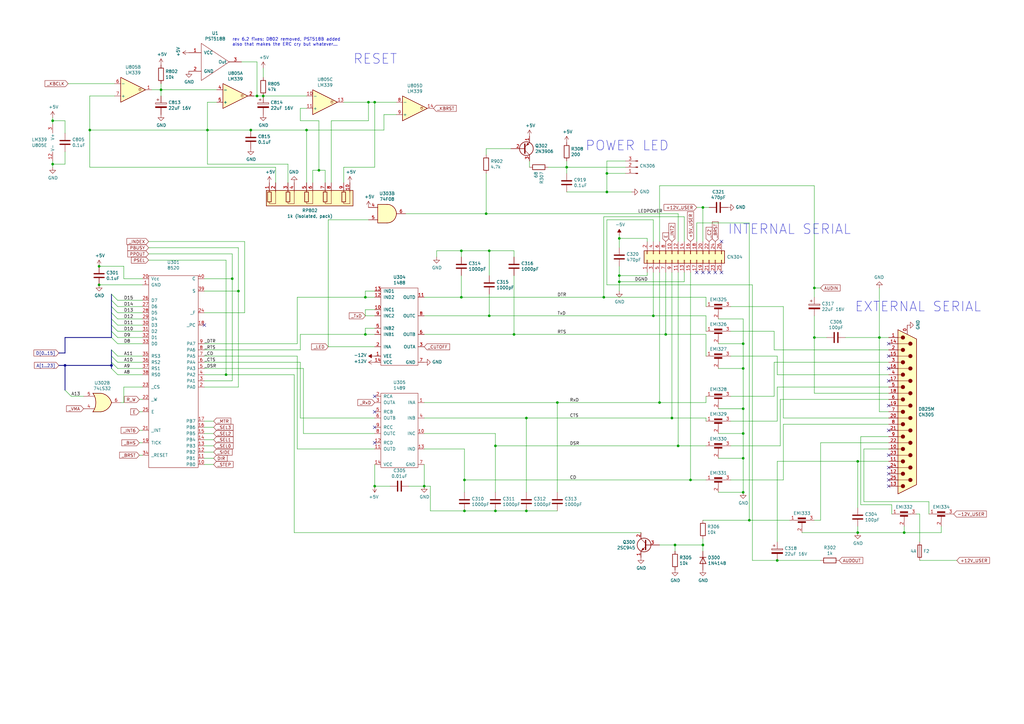
<source format=kicad_sch>
(kicad_sch (version 20230121) (generator eeschema)
  (paper "A3")
  (title_block (title "B2000 Serial and Reset") (date "07/06/1987") (rev "6.2-a") (company "Commodore") (comment 1 "Drawn by: Dave Haynie") (comment 2 "Used on: A2000-CR") (comment 3 "Next Assy: 312725") (comment 4 "Assy: 312726"))
  (junction (at 95.25 114.3))
  (junction (at 151.13 41.91))
  (junction (at 288.29 85.09))
  (junction (at 107.95 39.37))
  (junction (at 40.64 116.84))
  (junction (at 149.86 137.16))
  (junction (at 267.97 129.54))
  (junction (at 92.71 153.67))
  (junction (at 276.86 223.52))
  (junction (at 215.9 171.45))
  (junction (at 248.92 71.12))
  (junction (at 351.79 218.44))
  (junction (at 360.68 138.43))
  (junction (at 200.66 129.54))
  (junction (at 318.77 229.87))
  (junction (at 130.81 69.85))
  (junction (at 125.73 53.34))
  (junction (at 278.13 182.88))
  (junction (at 36.83 53.34))
  (junction (at 85.09 53.34))
  (junction (at 200.66 102.87))
  (junction (at 190.5 209.55))
  (junction (at 105.41 39.37))
  (junction (at 203.2 182.88))
  (junction (at 334.01 138.43))
  (junction (at 40.64 109.22))
  (junction (at 307.34 213.36))
  (junction (at 26.67 149.86))
  (junction (at 215.9 209.55))
  (junction (at 232.41 68.58))
  (junction (at 304.8 151.13))
  (junction (at 304.8 177.8))
  (junction (at 190.5 196.85))
  (junction (at 66.04 36.83))
  (junction (at 254 97.79))
  (junction (at 304.8 140.97))
  (junction (at 21.59 67.31))
  (junction (at 189.23 102.87))
  (junction (at 149.86 121.92))
  (junction (at 248.92 78.74))
  (junction (at 370.84 218.44))
  (junction (at 334.01 118.11))
  (junction (at 288.29 223.52))
  (junction (at 304.8 167.64))
  (junction (at 199.39 87.63))
  (junction (at 304.8 201.93))
  (junction (at 304.8 187.96))
  (junction (at 189.23 121.92))
  (junction (at 273.05 137.16))
  (junction (at 254 115.57))
  (junction (at 270.51 165.1))
  (junction (at 210.82 137.16))
  (junction (at 203.2 209.55))
  (junction (at 275.59 171.45))
  (junction (at 283.21 196.85))
  (junction (at 102.87 53.34))
  (junction (at 45.72 149.86))
  (junction (at 254 113.03))
  (junction (at 97.79 119.38))
  (junction (at 153.67 199.39))
  (junction (at 228.6 165.1))
  (junction (at 351.79 189.23))
  (junction (at 153.67 41.91))
  (junction (at 21.59 49.53))
  (junction (at 247.65 121.92))
  (junction (at 173.99 199.39))
  (no_connect (at 364.49 140.97))
  (no_connect (at 295.91 99.06))
  (no_connect (at 364.49 176.53))
  (no_connect (at 285.75 111.76))
  (no_connect (at 153.67 181.61))
  (no_connect (at 153.67 175.26))
  (no_connect (at 290.83 111.76))
  (no_connect (at 153.67 162.56))
  (no_connect (at 293.37 111.76))
  (no_connect (at 295.91 111.76))
  (no_connect (at 364.49 156.21))
  (no_connect (at 364.49 194.31))
  (no_connect (at 364.49 196.85))
  (no_connect (at 83.82 133.35))
  (no_connect (at 364.49 186.69))
  (no_connect (at 153.67 168.91))
  (no_connect (at 364.49 166.37))
  (no_connect (at 364.49 146.05))
  (no_connect (at 364.49 151.13))
  (no_connect (at 364.49 191.77))
  (no_connect (at 364.49 199.39))
  (no_connect (at 288.29 111.76))
  (bus_entry (at 45.72 133.35) (size 2.54 2.54))
  (bus_entry (at 45.72 130.81) (size 2.54 2.54))
  (bus_entry (at 45.72 143.51) (size 2.54 2.54))
  (bus_entry (at 45.72 151.13) (size 2.54 2.54))
  (bus_entry (at 45.72 120.65) (size 2.54 2.54))
  (bus_entry (at 26.67 160.02) (size 2.54 2.54))
  (bus_entry (at 45.72 123.19) (size 2.54 2.54))
  (bus_entry (at 45.72 138.43) (size 2.54 2.54))
  (bus_entry (at 45.72 135.89) (size 2.54 2.54))
  (bus_entry (at 45.72 128.27) (size 2.54 2.54))
  (bus_entry (at 45.72 125.73) (size 2.54 2.54))
  (bus_entry (at 45.72 146.05) (size 2.54 2.54))
  (bus_entry (at 45.72 148.59) (size 2.54 2.54))
  (wire (pts (xy 151.13 41.91) (xy 153.67 41.91)))
  (wire (pts (xy 254 115.57) (xy 280.67 115.57)))
  (wire (pts (xy 289.56 165.1) (xy 289.56 162.56)))
  (wire (pts (xy 307.34 213.36) (xy 323.85 213.36)))
  (wire (pts (xy 317.5 162.56) (xy 299.72 162.56)))
  (wire (pts (xy 149.86 137.16) (xy 153.67 137.16)))
  (wire (pts (xy 58.42 128.27) (xy 48.26 128.27)))
  (wire (pts (xy 121.92 184.15) (xy 153.67 184.15)))
  (wire (pts (xy 173.99 171.45) (xy 215.9 171.45)))
  (wire (pts (xy 124.46 151.13) (xy 124.46 177.8)))
  (wire (pts (xy 58.42 123.19) (xy 48.26 123.19)))
  (wire (pts (xy 334.01 121.92) (xy 334.01 118.11)))
  (wire (pts (xy 58.42 138.43) (xy 48.26 138.43)))
  (wire (pts (xy 66.04 36.83) (xy 88.9 36.83)))
  (wire (pts (xy 83.82 172.72) (xy 87.63 172.72)))
  (wire (pts (xy 321.31 173.99) (xy 364.49 173.99)))
  (wire (pts (xy 125.73 53.34) (xy 102.87 53.34)))
  (wire (pts (xy 36.83 53.34) (xy 85.09 53.34)))
  (bus (pts (xy 45.72 130.81) (xy 45.72 133.35)))
  (wire (pts (xy 27.94 34.29) (xy 46.99 34.29)))
  (bus (pts (xy 26.67 160.02) (xy 26.67 149.86)))
  (wire (pts (xy 307.34 213.36) (xy 288.29 213.36)))
  (wire (pts (xy 58.42 146.05) (xy 48.26 146.05)))
  (wire (pts (xy 267.97 90.17) (xy 248.92 90.17)))
  (wire (pts (xy 353.06 207.01) (xy 365.76 207.01)))
  (bus (pts (xy 45.72 138.43) (xy 26.67 138.43)))
  (wire (pts (xy 275.59 171.45) (xy 289.56 171.45)))
  (wire (pts (xy 160.02 199.39) (xy 153.67 199.39)))
  (wire (pts (xy 289.56 137.16) (xy 289.56 146.05)))
  (wire (pts (xy 95.25 104.14) (xy 95.25 114.3)))
  (wire (pts (xy 308.61 229.87) (xy 318.77 229.87)))
  (wire (pts (xy 97.79 158.75) (xy 83.82 158.75)))
  (wire (pts (xy 334.01 213.36) (xy 336.55 213.36)))
  (wire (pts (xy 153.67 127) (xy 149.86 127)))
  (wire (pts (xy 57.15 186.69) (xy 58.42 186.69)))
  (bus (pts (xy 45.72 148.59) (xy 45.72 149.86)))
  (wire (pts (xy 370.84 218.44) (xy 370.84 215.9)))
  (wire (pts (xy 321.31 196.85) (xy 321.31 173.99)))
  (wire (pts (xy 304.8 201.93) (xy 294.64 201.93)))
  (wire (pts (xy 153.67 199.39) (xy 153.67 190.5)))
  (wire (pts (xy 203.2 182.88) (xy 203.2 201.93)))
  (wire (pts (xy 34.29 162.56) (xy 29.21 162.56)))
  (wire (pts (xy 318.77 222.25) (xy 318.77 189.23)))
  (wire (pts (xy 334.01 161.29) (xy 334.01 138.43)))
  (wire (pts (xy 189.23 102.87) (xy 189.23 105.41)))
  (wire (pts (xy 364.49 143.51) (xy 317.5 143.51)))
  (wire (pts (xy 304.8 187.96) (xy 294.64 187.96)))
  (wire (pts (xy 334.01 118.11) (xy 334.01 76.2)))
  (wire (pts (xy 36.83 39.37) (xy 36.83 53.34)))
  (wire (pts (xy 135.89 49.53) (xy 151.13 49.53)))
  (wire (pts (xy 304.8 167.64) (xy 304.8 177.8)))
  (wire (pts (xy 83.82 190.5) (xy 87.63 190.5)))
  (wire (pts (xy 149.86 121.92) (xy 153.67 121.92)))
  (wire (pts (xy 173.99 199.39) (xy 173.99 190.5)))
  (bus (pts (xy 45.72 128.27) (xy 45.72 130.81)))
  (wire (pts (xy 57.15 181.61) (xy 58.42 181.61)))
  (wire (pts (xy 318.77 153.67) (xy 364.49 153.67)))
  (wire (pts (xy 151.13 90.17) (xy 134.62 90.17)))
  (bus (pts (xy 45.72 120.65) (xy 45.72 123.19)))
  (wire (pts (xy 285.75 85.09) (xy 288.29 85.09)))
  (wire (pts (xy 280.67 115.57) (xy 280.67 111.76)))
  (bus (pts (xy 45.72 146.05) (xy 45.72 148.59)))
  (wire (pts (xy 26.67 49.53) (xy 21.59 49.53)))
  (wire (pts (xy 173.99 177.8) (xy 203.2 177.8)))
  (wire (pts (xy 308.61 116.84) (xy 308.61 229.87)))
  (wire (pts (xy 254 96.52) (xy 254 97.79)))
  (wire (pts (xy 36.83 53.34) (xy 36.83 68.58)))
  (wire (pts (xy 58.42 114.3) (xy 50.8 114.3)))
  (wire (pts (xy 320.04 163.83) (xy 364.49 163.83)))
  (wire (pts (xy 232.41 68.58) (xy 224.79 68.58)))
  (wire (pts (xy 210.82 137.16) (xy 273.05 137.16)))
  (wire (pts (xy 203.2 177.8) (xy 203.2 182.88)))
  (wire (pts (xy 381 205.74) (xy 381 210.82)))
  (wire (pts (xy 113.03 68.58) (xy 113.03 74.93)))
  (wire (pts (xy 278.13 87.63) (xy 278.13 99.06)))
  (wire (pts (xy 247.65 121.92) (xy 289.56 121.92)))
  (wire (pts (xy 364.49 171.45) (xy 321.31 171.45)))
  (wire (pts (xy 304.8 140.97) (xy 294.64 140.97)))
  (wire (pts (xy 254 115.57) (xy 254 119.38)))
  (wire (pts (xy 334.01 118.11) (xy 336.55 118.11)))
  (wire (pts (xy 267.97 129.54) (xy 289.56 129.54)))
  (wire (pts (xy 130.81 49.53) (xy 130.81 69.85)))
  (wire (pts (xy 360.68 138.43) (xy 360.68 118.11)))
  (wire (pts (xy 83.82 148.59) (xy 123.19 148.59)))
  (wire (pts (xy 256.54 66.04) (xy 248.92 66.04)))
  (bus (pts (xy 45.72 135.89) (xy 45.72 138.43)))
  (wire (pts (xy 176.53 209.55) (xy 176.53 199.39)))
  (wire (pts (xy 304.8 177.8) (xy 294.64 177.8)))
  (bus (pts (xy 26.67 144.78) (xy 24.13 144.78)))
  (wire (pts (xy 121.92 140.97) (xy 121.92 121.92)))
  (wire (pts (xy 83.82 140.97) (xy 121.92 140.97)))
  (wire (pts (xy 321.31 125.73) (xy 299.72 125.73)))
  (wire (pts (xy 377.19 210.82) (xy 377.19 222.25)))
  (wire (pts (xy 254 113.03) (xy 254 115.57)))
  (wire (pts (xy 123.19 148.59) (xy 123.19 171.45)))
  (wire (pts (xy 92.71 153.67) (xy 83.82 153.67)))
  (wire (pts (xy 88.9 41.91) (xy 85.09 41.91)))
  (wire (pts (xy 153.67 119.38) (xy 149.86 119.38)))
  (wire (pts (xy 328.93 218.44) (xy 351.79 218.44)))
  (wire (pts (xy 210.82 137.16) (xy 210.82 113.03)))
  (wire (pts (xy 124.46 177.8) (xy 153.67 177.8)))
  (wire (pts (xy 123.19 44.45) (xy 125.73 44.45)))
  (wire (pts (xy 83.82 143.51) (xy 123.19 143.51)))
  (wire (pts (xy 351.79 215.9) (xy 351.79 218.44)))
  (wire (pts (xy 83.82 187.96) (xy 87.63 187.96)))
  (wire (pts (xy 149.86 127) (xy 149.86 129.54)))
  (wire (pts (xy 100.33 99.06) (xy 100.33 128.27)))
  (wire (pts (xy 288.29 85.09) (xy 288.29 99.06)))
  (wire (pts (xy 318.77 146.05) (xy 318.77 153.67)))
  (wire (pts (xy 267.97 99.06) (xy 267.97 90.17)))
  (wire (pts (xy 140.97 68.58) (xy 153.67 68.58)))
  (wire (pts (xy 83.82 151.13) (xy 124.46 151.13)))
  (wire (pts (xy 107.95 27.94) (xy 107.95 31.75)))
  (wire (pts (xy 62.23 36.83) (xy 66.04 36.83)))
  (wire (pts (xy 288.29 226.06) (xy 288.29 223.52)))
  (wire (pts (xy 360.68 168.91) (xy 360.68 138.43)))
  (wire (pts (xy 289.56 121.92) (xy 289.56 125.73)))
  (wire (pts (xy 377.19 229.87) (xy 392.43 229.87)))
  (wire (pts (xy 288.29 223.52) (xy 288.29 220.98)))
  (wire (pts (xy 190.5 209.55) (xy 176.53 209.55)))
  (wire (pts (xy 60.96 104.14) (xy 95.25 104.14)))
  (wire (pts (xy 107.95 39.37) (xy 125.73 39.37)))
  (wire (pts (xy 100.33 128.27) (xy 83.82 128.27)))
  (wire (pts (xy 304.8 187.96) (xy 304.8 201.93)))
  (wire (pts (xy 123.19 49.53) (xy 123.19 44.45)))
  (wire (pts (xy 153.67 134.62) (xy 149.86 134.62)))
  (wire (pts (xy 364.49 179.07) (xy 353.06 179.07)))
  (wire (pts (xy 351.79 218.44) (xy 370.84 218.44)))
  (wire (pts (xy 66.04 39.37) (xy 66.04 36.83)))
  (bus (pts (xy 26.67 138.43) (xy 26.67 144.78)))
  (wire (pts (xy 134.62 142.24) (xy 153.67 142.24)))
  (wire (pts (xy 189.23 102.87) (xy 200.66 102.87)))
  (wire (pts (xy 304.8 167.64) (xy 294.64 167.64)))
  (wire (pts (xy 256.54 68.58) (xy 232.41 68.58)))
  (bus (pts (xy 45.72 125.73) (xy 45.72 128.27)))
  (wire (pts (xy 294.64 130.81) (xy 304.8 130.81)))
  (wire (pts (xy 40.64 116.84) (xy 58.42 116.84)))
  (wire (pts (xy 317.5 148.59) (xy 317.5 162.56)))
  (wire (pts (xy 92.71 153.67) (xy 120.65 153.67)))
  (wire (pts (xy 318.77 189.23) (xy 351.79 189.23)))
  (wire (pts (xy 276.86 223.52) (xy 288.29 223.52)))
  (wire (pts (xy 270.51 76.2) (xy 270.51 99.06)))
  (wire (pts (xy 153.67 41.91) (xy 153.67 68.58)))
  (wire (pts (xy 299.72 146.05) (xy 318.77 146.05)))
  (wire (pts (xy 173.99 121.92) (xy 189.23 121.92)))
  (wire (pts (xy 270.51 223.52) (xy 276.86 223.52)))
  (wire (pts (xy 58.42 135.89) (xy 48.26 135.89)))
  (wire (pts (xy 254 101.6) (xy 254 97.79)))
  (wire (pts (xy 123.19 143.51) (xy 123.19 137.16)))
  (wire (pts (xy 120.65 153.67) (xy 120.65 218.44)))
  (wire (pts (xy 97.79 101.6) (xy 97.79 119.38)))
  (wire (pts (xy 97.79 119.38) (xy 83.82 119.38)))
  (wire (pts (xy 364.49 148.59) (xy 317.5 148.59)))
  (wire (pts (xy 176.53 199.39) (xy 173.99 199.39)))
  (wire (pts (xy 283.21 111.76) (xy 283.21 196.85)))
  (wire (pts (xy 134.62 90.17) (xy 134.62 142.24)))
  (wire (pts (xy 135.89 74.93) (xy 135.89 49.53)))
  (wire (pts (xy 121.92 146.05) (xy 121.92 184.15)))
  (wire (pts (xy 270.51 111.76) (xy 270.51 165.1)))
  (wire (pts (xy 128.27 69.85) (xy 128.27 74.93)))
  (wire (pts (xy 50.8 158.75) (xy 58.42 158.75)))
  (wire (pts (xy 334.01 138.43) (xy 334.01 129.54)))
  (wire (pts (xy 95.25 156.21) (xy 83.82 156.21)))
  (wire (pts (xy 285.75 99.06) (xy 285.75 91.44)))
  (wire (pts (xy 317.5 135.89) (xy 299.72 135.89)))
  (wire (pts (xy 179.07 105.41) (xy 179.07 102.87)))
  (wire (pts (xy 130.81 69.85) (xy 128.27 69.85)))
  (wire (pts (xy 190.5 184.15) (xy 190.5 196.85)))
  (wire (pts (xy 270.51 165.1) (xy 289.56 165.1)))
  (wire (pts (xy 36.83 39.37) (xy 46.99 39.37)))
  (wire (pts (xy 149.86 119.38) (xy 149.86 121.92)))
  (wire (pts (xy 50.8 165.1) (xy 49.53 165.1)))
  (wire (pts (xy 364.49 138.43) (xy 360.68 138.43)))
  (wire (pts (xy 83.82 177.8) (xy 87.63 177.8)))
  (wire (pts (xy 83.82 180.34) (xy 87.63 180.34)))
  (wire (pts (xy 153.67 41.91) (xy 162.56 41.91)))
  (wire (pts (xy 280.67 88.9) (xy 280.67 99.06)))
  (wire (pts (xy 364.49 184.15) (xy 354.33 184.15)))
  (wire (pts (xy 189.23 121.92) (xy 247.65 121.92)))
  (wire (pts (xy 248.92 116.84) (xy 308.61 116.84)))
  (wire (pts (xy 97.79 119.38) (xy 97.79 158.75)))
  (wire (pts (xy 248.92 66.04) (xy 248.92 71.12)))
  (wire (pts (xy 121.92 121.92) (xy 149.86 121.92)))
  (wire (pts (xy 26.67 54.61) (xy 26.67 49.53)))
  (wire (pts (xy 288.29 85.09) (xy 290.83 85.09)))
  (wire (pts (xy 149.86 134.62) (xy 149.86 137.16)))
  (wire (pts (xy 58.42 130.81) (xy 48.26 130.81)))
  (wire (pts (xy 283.21 196.85) (xy 289.56 196.85)))
  (wire (pts (xy 228.6 165.1) (xy 228.6 201.93)))
  (wire (pts (xy 83.82 182.88) (xy 87.63 182.88)))
  (wire (pts (xy 318.77 158.75) (xy 318.77 172.72)))
  (wire (pts (xy 66.04 34.29) (xy 66.04 36.83)))
  (wire (pts (xy 365.76 207.01) (xy 365.76 210.82)))
  (wire (pts (xy 304.8 177.8) (xy 304.8 187.96)))
  (wire (pts (xy 353.06 179.07) (xy 353.06 207.01)))
  (wire (pts (xy 173.99 184.15) (xy 190.5 184.15)))
  (wire (pts (xy 321.31 171.45) (xy 321.31 125.73)))
  (wire (pts (xy 118.11 67.31) (xy 118.11 74.93)))
  (wire (pts (xy 190.5 196.85) (xy 190.5 201.93)))
  (wire (pts (xy 140.97 68.58) (xy 140.97 74.93)))
  (wire (pts (xy 276.86 226.06) (xy 276.86 223.52)))
  (wire (pts (xy 36.83 68.58) (xy 113.03 68.58)))
  (wire (pts (xy 92.71 106.68) (xy 92.71 153.67)))
  (wire (pts (xy 278.13 111.76) (xy 278.13 182.88)))
  (wire (pts (xy 50.8 114.3) (xy 50.8 109.22)))
  (wire (pts (xy 140.97 41.91) (xy 151.13 41.91)))
  (wire (pts (xy 215.9 171.45) (xy 275.59 171.45)))
  (wire (pts (xy 21.59 67.31) (xy 26.67 67.31)))
  (wire (pts (xy 265.43 97.79) (xy 265.43 99.06)))
  (wire (pts (xy 58.42 133.35) (xy 48.26 133.35)))
  (wire (pts (xy 228.6 165.1) (xy 270.51 165.1)))
  (wire (pts (xy 210.82 102.87) (xy 210.82 105.41)))
  (wire (pts (xy 248.92 78.74) (xy 259.08 78.74)))
  (bus (pts (xy 45.72 143.51) (xy 45.72 146.05)))
  (wire (pts (xy 95.25 114.3) (xy 83.82 114.3)))
  (wire (pts (xy 21.59 49.53) (xy 21.59 48.26)))
  (wire (pts (xy 123.19 171.45) (xy 153.67 171.45)))
  (wire (pts (xy 85.09 67.31) (xy 118.11 67.31)))
  (bus (pts (xy 45.72 149.86) (xy 45.72 151.13)))
  (wire (pts (xy 289.56 171.45) (xy 289.56 172.72)))
  (wire (pts (xy 21.59 67.31) (xy 21.59 66.04)))
  (wire (pts (xy 200.66 113.03) (xy 200.66 102.87)))
  (wire (pts (xy 318.77 172.72) (xy 299.72 172.72)))
  (wire (pts (xy 254 109.22) (xy 254 113.03)))
  (wire (pts (xy 173.99 137.16) (xy 210.82 137.16)))
  (wire (pts (xy 273.05 137.16) (xy 289.56 137.16)))
  (wire (pts (xy 215.9 171.45) (xy 215.9 201.93)))
  (wire (pts (xy 364.49 168.91) (xy 360.68 168.91)))
  (wire (pts (xy 57.15 176.53) (xy 58.42 176.53)))
  (wire (pts (xy 60.96 101.6) (xy 97.79 101.6)))
  (wire (pts (xy 85.09 53.34) (xy 85.09 67.31)))
  (wire (pts (xy 60.96 99.06) (xy 100.33 99.06)))
  (wire (pts (xy 248.92 71.12) (xy 256.54 71.12)))
  (wire (pts (xy 50.8 158.75) (xy 50.8 165.1)))
  (wire (pts (xy 215.9 209.55) (xy 203.2 209.55)))
  (wire (pts (xy 105.41 25.4) (xy 105.41 39.37)))
  (wire (pts (xy 334.01 76.2) (xy 270.51 76.2)))
  (wire (pts (xy 299.72 182.88) (xy 320.04 182.88)))
  (wire (pts (xy 364.49 158.75) (xy 318.77 158.75)))
  (bus (pts (xy 45.72 123.19) (xy 45.72 125.73)))
  (wire (pts (xy 199.39 63.5) (xy 199.39 60.96)))
  (wire (pts (xy 278.13 182.88) (xy 203.2 182.88)))
  (wire (pts (xy 200.66 129.54) (xy 200.66 120.65)))
  (wire (pts (xy 57.15 163.83) (xy 58.42 163.83)))
  (wire (pts (xy 334.01 138.43) (xy 339.09 138.43)))
  (wire (pts (xy 58.42 148.59) (xy 48.26 148.59)))
  (wire (pts (xy 83.82 146.05) (xy 121.92 146.05)))
  (wire (pts (xy 179.07 102.87) (xy 189.23 102.87)))
  (wire (pts (xy 307.34 91.44) (xy 307.34 213.36)))
  (wire (pts (xy 364.49 161.29) (xy 334.01 161.29)))
  (wire (pts (xy 217.17 66.04) (xy 217.17 68.58)))
  (wire (pts (xy 336.55 213.36) (xy 336.55 181.61)))
  (wire (pts (xy 130.81 49.53) (xy 123.19 49.53)))
  (wire (pts (xy 265.43 113.03) (xy 254 113.03)))
  (wire (pts (xy 228.6 165.1) (xy 173.99 165.1)))
  (wire (pts (xy 289.56 182.88) (xy 278.13 182.88)))
  (wire (pts (xy 265.43 113.03) (xy 265.43 111.76)))
  (wire (pts (xy 273.05 137.16) (xy 273.05 111.76)))
  (wire (pts (xy 157.48 46.99) (xy 157.48 53.34)))
  (wire (pts (xy 199.39 60.96) (xy 209.55 60.96)))
  (wire (pts (xy 162.56 46.99) (xy 157.48 46.99)))
  (wire (pts (xy 58.42 151.13) (xy 48.26 151.13)))
  (wire (pts (xy 120.65 218.44) (xy 262.89 218.44)))
  (wire (pts (xy 125.73 74.93) (xy 125.73 53.34)))
  (wire (pts (xy 304.8 151.13) (xy 294.64 151.13)))
  (wire (pts (xy 354.33 184.15) (xy 354.33 205.74)))
  (wire (pts (xy 247.65 88.9) (xy 280.67 88.9)))
  (wire (pts (xy 133.35 69.85) (xy 133.35 74.93)))
  (wire (pts (xy 386.08 218.44) (xy 386.08 215.9)))
  (wire (pts (xy 21.59 49.53) (xy 21.59 50.8)))
  (wire (pts (xy 247.65 121.92) (xy 247.65 88.9)))
  (wire (pts (xy 190.5 196.85) (xy 283.21 196.85)))
  (wire (pts (xy 318.77 229.87) (xy 336.55 229.87)))
  (wire (pts (xy 248.92 90.17) (xy 248.92 116.84)))
  (wire (pts (xy 351.79 208.28) (xy 351.79 189.23)))
  (wire (pts (xy 60.96 106.68) (xy 92.71 106.68)))
  (wire (pts (xy 189.23 121.92) (xy 189.23 113.03)))
  (bus (pts (xy 24.13 149.86) (xy 26.67 149.86)))
  (wire (pts (xy 99.06 25.4) (xy 105.41 25.4)))
  (wire (pts (xy 57.15 168.91) (xy 58.42 168.91)))
  (wire (pts (xy 351.79 189.23) (xy 364.49 189.23)))
  (wire (pts (xy 360.68 138.43) (xy 346.71 138.43)))
  (wire (pts (xy 317.5 143.51) (xy 317.5 135.89)))
  (wire (pts (xy 199.39 87.63) (xy 278.13 87.63)))
  (wire (pts (xy 151.13 49.53) (xy 151.13 41.91)))
  (wire (pts (xy 85.09 53.34) (xy 102.87 53.34)))
  (wire (pts (xy 83.82 185.42) (xy 87.63 185.42)))
  (wire (pts (xy 232.41 66.04) (xy 232.41 68.58)))
  (wire (pts (xy 50.8 109.22) (xy 40.64 109.22)))
  (wire (pts (xy 299.72 196.85) (xy 321.31 196.85)))
  (wire (pts (xy 289.56 129.54) (xy 289.56 135.89)))
  (wire (pts (xy 105.41 39.37) (xy 107.95 39.37)))
  (wire (pts (xy 95.25 114.3) (xy 95.25 156.21)))
  (wire (pts (xy 304.8 130.81) (xy 304.8 140.97)))
  (wire (pts (xy 304.8 151.13) (xy 304.8 167.64)))
  (wire (pts (xy 200.66 102.87) (xy 210.82 102.87)))
  (wire (pts (xy 58.42 153.67) (xy 48.26 153.67)))
  (wire (pts (xy 232.41 68.58) (xy 232.41 71.12)))
  (wire (pts (xy 203.2 209.55) (xy 190.5 209.55)))
  (wire (pts (xy 336.55 181.61) (xy 364.49 181.61)))
  (wire (pts (xy 83.82 175.26) (xy 87.63 175.26)))
  (wire (pts (xy 58.42 140.97) (xy 48.26 140.97)))
  (wire (pts (xy 130.81 69.85) (xy 133.35 69.85)))
  (wire (pts (xy 149.86 129.54) (xy 153.67 129.54)))
  (wire (pts (xy 21.59 68.58) (xy 21.59 67.31)))
  (bus (pts (xy 26.67 149.86) (xy 45.72 149.86)))
  (bus (pts (xy 45.72 133.35) (xy 45.72 135.89)))
  (wire (pts (xy 370.84 218.44) (xy 386.08 218.44)))
  (wire (pts (xy 58.42 125.73) (xy 48.26 125.73)))
  (wire (pts (xy 275.59 111.76) (xy 275.59 171.45)))
  (wire (pts (xy 173.99 129.54) (xy 200.66 129.54)))
  (wire (pts (xy 304.8 140.97) (xy 304.8 151.13)))
  (wire (pts (xy 228.6 209.55) (xy 215.9 209.55)))
  (wire (pts (xy 199.39 87.63) (xy 199.39 71.12)))
  (wire (pts (xy 85.09 41.91) (xy 85.09 53.34)))
  (wire (pts (xy 285.75 91.44) (xy 307.34 91.44)))
  (wire (pts (xy 123.19 137.16) (xy 149.86 137.16)))
  (wire (pts (xy 267.97 129.54) (xy 267.97 111.76)))
  (wire (pts (xy 354.33 205.74) (xy 381 205.74)))
  (wire (pts (xy 166.37 87.63) (xy 199.39 87.63)))
  (wire (pts (xy 248.92 71.12) (xy 248.92 78.74)))
  (wire (pts (xy 26.67 67.31) (xy 26.67 62.23)))
  (wire (pts (xy 104.14 39.37) (xy 105.41 39.37)))
  (wire (pts (xy 375.92 210.82) (xy 377.19 210.82)))
  (wire (pts (xy 200.66 129.54) (xy 267.97 129.54)))
  (wire (pts (xy 157.48 53.34) (xy 125.73 53.34)))
  (wire (pts (xy 167.64 199.39) (xy 173.99 199.39)))
  (wire (pts (xy 232.41 78.74) (xy 248.92 78.74)))
  (wire (pts (xy 254 97.79) (xy 265.43 97.79)))
  (wire (pts (xy 320.04 182.88) (xy 320.04 163.83)))
  (text "RESET" (at 144.78 26.67 0) (effects (font (size 3.9878 3.9878)) (justify left bottom)))
  (text "POWER LED" (at 240.03 62.23 0) (effects (font (size 3.9878 3.9878)) (justify left bottom)))
  (text "EXTERNAL SERIAL" (at 350.52 128.27 0) (effects (font (size 3.9878 3.9878)) (justify left bottom)))
  (text "INTERNAL SERIAL" (at 298.45 96.52 0) (effects (font (size 3.9878 3.9878)) (justify left bottom)))
  (text "rev 6.2 fixes: D802 removed, PST518B added\nalso that makes the ERC cry but whatever..." (at 95.25 19.05 0) (effects (font (size 1.27 1.27)) (justify left bottom)))
  (label "A11" (at 50.8 146.05 0))
  (label "DSR" (at 233.68 182.88 0))
  (label "D14" (at 50.8 125.73 0))
  (label "_DTR" (at 83.82 140.97 0))
  (label "TxD" (at 228.6 129.54 0))
  (label "D10" (at 50.8 135.89 0))
  (label "D9" (at 50.8 138.43 0))
  (label "DTR" (at 228.6 121.92 0))
  (label "A9" (at 50.8 151.13 0))
  (label "LEDPOWER" (at 271.78 87.63 180))
  (label "D13" (at 50.8 128.27 0))
  (label "D12" (at 50.8 130.81 0))
  (label "CD" (at 233.68 196.85 0))
  (label "CTS" (at 233.68 171.45 0))
  (label "_RTS" (at 83.82 143.51 0))
  (label "A8" (at 50.8 153.67 0))
  (label "RxD" (at 233.68 165.1 0))
  (label "D8" (at 50.8 140.97 0))
  (label "DGND" (at 260.35 115.57 0))
  (label "_DSR" (at 83.82 151.13 0))
  (label "_CD" (at 83.82 146.05 0))
  (label "RTS" (at 228.6 137.16 0))
  (label "D15" (at 50.8 123.19 0))
  (label "A13" (at 29.21 162.56 0))
  (label "D11" (at 50.8 133.35 0))
  (label "A10" (at 50.8 148.59 0))
  (label "_CTS" (at 83.82 148.59 0))
  (global_label "_INT6" (shape input) (at 57.15 176.53 180) (property "Intersheetrefs" "${INTERSHEET_REFS}" (effects hide)))
  (global_label "_LED" (shape input) (at 134.62 142.24 180) (property "Intersheetrefs" "${INTERSHEET_REFS}" (effects hide)))
  (global_label "PSEL" (shape input) (at 60.96 106.68 180) (property "Intersheetrefs" "${INTERSHEET_REFS}" (effects hide)))
  (global_label "_KBCLK" (shape input) (at 27.94 34.29 180) (property "Intersheetrefs" "${INTERSHEET_REFS}" (effects hide)))
  (global_label "AUDOUT" (shape input) (at 344.17 229.87 0) (property "Intersheetrefs" "${INTERSHEET_REFS}" (effects hide)))
  (global_label "-12V_USER" (shape input) (at 391.16 210.82 0) (property "Intersheetrefs" "${INTERSHEET_REFS}" (effects hide)))
  (global_label "E" (shape input) (at 273.05 99.06 90) (property "Intersheetrefs" "${INTERSHEET_REFS}" (effects hide)))
  (global_label "_TxD" (shape input) (at 149.86 129.54 180) (property "Intersheetrefs" "${INTERSHEET_REFS}" (effects hide)))
  (global_label "AUDIN" (shape input) (at 336.55 118.11 0) (property "Intersheetrefs" "${INTERSHEET_REFS}" (effects hide)))
  (global_label "_RxD" (shape input) (at 153.67 165.1 180) (property "Intersheetrefs" "${INTERSHEET_REFS}" (effects hide)))
  (global_label "+12V_USER" (shape input) (at 392.43 229.87 0) (property "Intersheetrefs" "${INTERSHEET_REFS}" (effects hide)))
  (global_label "_SEL3" (shape input) (at 87.63 175.26 0) (property "Intersheetrefs" "${INTERSHEET_REFS}" (effects hide)))
  (global_label "A[1..23]" (shape input) (at 24.13 149.86 180) (property "Intersheetrefs" "${INTERSHEET_REFS}" (effects hide)))
  (global_label "_BRST" (shape input) (at 293.37 99.06 90) (property "Intersheetrefs" "${INTERSHEET_REFS}" (effects hide)))
  (global_label "+12V_USER" (shape input) (at 285.75 85.09 180) (property "Intersheetrefs" "${INTERSHEET_REFS}" (effects hide)))
  (global_label "_SIDE" (shape input) (at 87.63 185.42 0) (property "Intersheetrefs" "${INTERSHEET_REFS}" (effects hide)))
  (global_label "_STEP" (shape input) (at 87.63 190.5 0) (property "Intersheetrefs" "${INTERSHEET_REFS}" (effects hide)))
  (global_label "_INDEX" (shape input) (at 60.96 99.06 180) (property "Intersheetrefs" "${INTERSHEET_REFS}" (effects hide)))
  (global_label "_VMA" (shape input) (at 34.29 167.64 180) (property "Intersheetrefs" "${INTERSHEET_REFS}" (effects hide)))
  (global_label "+5V_USER" (shape input) (at 283.21 99.06 90) (property "Intersheetrefs" "${INTERSHEET_REFS}" (effects hide)))
  (global_label "_SEL0" (shape input) (at 87.63 182.88 0) (property "Intersheetrefs" "${INTERSHEET_REFS}" (effects hide)))
  (global_label "PPOUT" (shape input) (at 60.96 104.14 180) (property "Intersheetrefs" "${INTERSHEET_REFS}" (effects hide)))
  (global_label "_C2" (shape input) (at 290.83 99.06 90) (property "Intersheetrefs" "${INTERSHEET_REFS}" (effects hide)))
  (global_label "_BRST" (shape input) (at 57.15 186.69 180) (property "Intersheetrefs" "${INTERSHEET_REFS}" (effects hide)))
  (global_label "DIR" (shape input) (at 87.63 187.96 0) (property "Intersheetrefs" "${INTERSHEET_REFS}" (effects hide)))
  (global_label "_SEL2" (shape input) (at 87.63 177.8 0) (property "Intersheetrefs" "${INTERSHEET_REFS}" (effects hide)))
  (global_label "_SEL1" (shape input) (at 87.63 180.34 0) (property "Intersheetrefs" "${INTERSHEET_REFS}" (effects hide)))
  (global_label "D[0..15]" (shape input) (at 24.13 144.78 180) (property "Intersheetrefs" "${INTERSHEET_REFS}" (effects hide)))
  (global_label "E" (shape input) (at 57.15 168.91 180) (property "Intersheetrefs" "${INTERSHEET_REFS}" (effects hide)))
  (global_label "R_W" (shape input) (at 57.15 163.83 180) (property "Intersheetrefs" "${INTERSHEET_REFS}" (effects hide)))
  (global_label "_MTR" (shape input) (at 87.63 172.72 0) (property "Intersheetrefs" "${INTERSHEET_REFS}" (effects hide)))
  (global_label "_INT2" (shape input) (at 275.59 99.06 90) (property "Intersheetrefs" "${INTERSHEET_REFS}" (effects hide)))
  (global_label "_BHS" (shape input) (at 57.15 181.61 180) (property "Intersheetrefs" "${INTERSHEET_REFS}" (effects hide)))
  (global_label "PBUSY" (shape input) (at 60.96 101.6 180) (property "Intersheetrefs" "${INTERSHEET_REFS}" (effects hide)))
  (global_label "_CUTOFF" (shape input) (at 173.99 142.24 0) (property "Intersheetrefs" "${INTERSHEET_REFS}" (effects hide)))
  (global_label "_KBRST" (shape input) (at 177.8 44.45 0) (property "Intersheetrefs" "${INTERSHEET_REFS}" (effects hide)))
  (symbol (lib_id "d_ics:PST518B") (at 86.36 16.51 0) (unit 1)
    (property "Reference" "U1" (at 88.265 13.589 0))
    (property "Value" "PST518B" (at 88.265 15.9004 0))
    (property "Footprint" "Package_TO_SOT_THT:TO-92L_Inline" (effects hide))
    (property "Datasheet" "http://www.amigawiki.org/lib/exe/fetch.php?media=de:service:upgrades:pst518b_mitsumi_datasheet.pdf" (effects hide))
  )
  (symbol (lib_id "power:+5V") (at 77.47 21.59 90) (unit 1)
    (property "Reference" "#PWR0263" (effects hide))
    (property "Value" "+5V" (at 73.0758 21.209 0))
  )
  (symbol (lib_id "power:GND") (at 77.47 29.21 0) (unit 1)
    (property "Reference" "#PWR0264" (effects hide))
    (property "Value" "GND" (at 77.597 33.6042 0))
  )
  (symbol (lib_id "power:GND") (at 372.11 133.35 90) (unit 1)
    (property "Reference" "#PWR0268" (effects hide))
    (property "Value" "GND" (at 376.5042 133.223 0))
  )
  (symbol (lib_id "amiga_customs:CIA8520") (at 71.12 111.76 0) (unit 1)
    (property "Reference" "U301" (at 71.12 107.569 0))
    (property "Value" "8520" (at 71.12 109.8804 0))
    (property "Footprint" "Package_DIP:DIP-40_W15.24mm_Socket" (effects hide))
    (property "Datasheet" "https://www.amigawiki.org/doku.php?id=de:parts:cia" (effects hide))
  )
  (symbol (lib_id "74xx:74LS32") (at 41.91 165.1 0) (mirror x) (unit 2)
    (property "Reference" "U302" (at 41.91 157.0482 0))
    (property "Value" "74LS32" (at 41.91 159.3596 0))
    (property "Footprint" "Package_DIP:DIP-14_W7.62mm_Socket" (effects hide))
    (property "Datasheet" "http://www.ti.com/lit/gpn/sn74LS32" (effects hide))
    (property "RefOrder" "595-SN74LS32N" (effects hide))
  )
  (symbol (lib_id "Device:C") (at 40.64 113.03 0) (unit 1)
    (property "Reference" "C301" (at 43.561 111.8616 0) (effects (justify left)))
    (property "Value" "0.1uF" (at 43.561 114.173 0) (effects (justify left)))
    (property "Footprint" "Capacitor_THT:C_Rect_L11.5mm_W2.6mm_P10.00mm_MKT" (effects hide))
    (property "RefOrder" "581-SA105C104KARC" (effects hide))
  )
  (symbol (lib_id "power:+5V") (at 40.64 109.22 0) (unit 1)
    (property "Reference" "#PWR035" (effects hide))
    (property "Value" "+5V" (at 41.021 104.8258 0))
  )
  (symbol (lib_id "power:GND") (at 40.64 116.84 0) (unit 1)
    (property "Reference" "#PWR036" (effects hide))
    (property "Value" "GND" (at 40.767 121.2342 0))
  )
  (symbol (lib_id "Comparator:LM339") (at 54.61 36.83 0) (mirror x) (unit 2)
    (property "Reference" "U805" (at 54.61 27.5082 0))
    (property "Value" "LM339" (at 54.61 29.8196 0))
    (property "Footprint" "Package_DIP:DIP-14_W7.62mm_Socket" (effects hide))
    (property "Datasheet" "http://www.ti.com/lit/ds/symlink/lm339.pdf" (effects hide))
    (property "RefOrder" "595-LM339N" (effects hide))
  )
  (symbol (lib_id "amiga2000-rescue:CP-Device") (at 66.04 43.18 0) (unit 1)
    (property "Reference" "C813" (at 69.0372 42.0116 0) (effects (justify left)))
    (property "Value" "22uF 16V" (at 69.0372 44.323 0) (effects (justify left)))
    (property "Footprint" "Capacitor_THT:CP_Radial_Tantal_D5.0mm_P5.00mm" (effects hide))
    (property "RefOrder" "667-ECA-1CM220B" (effects hide))
  )
  (symbol (lib_id "Device:R") (at 66.04 30.48 0) (unit 1)
    (property "Reference" "R802" (at 67.818 29.3116 0) (effects (justify left)))
    (property "Value" "10k" (at 67.818 31.623 0) (effects (justify left)))
    (property "Footprint" "Resistor_THT:R_Axial_DIN0207_L6.3mm_D2.5mm_P10.16mm_Horizontal" (effects hide))
    (property "RefOrder" "603-CFR-25JR-5210K" (effects hide))
  )
  (symbol (lib_id "Comparator:LM339") (at 96.52 39.37 0) (mirror x) (unit 1)
    (property "Reference" "U805" (at 96.52 30.0482 0))
    (property "Value" "LM339" (at 96.52 32.3596 0))
    (property "Footprint" "Package_DIP:DIP-14_W7.62mm_Socket" (effects hide))
    (property "Datasheet" "http://www.ti.com/lit/ds/symlink/lm339.pdf" (effects hide))
    (property "RefOrder" "595-LM339N" (effects hide))
  )
  (symbol (lib_id "Comparator:LM339") (at 133.35 41.91 0) (mirror x) (unit 3)
    (property "Reference" "U805" (at 133.35 32.5882 0))
    (property "Value" "LM339" (at 133.35 34.8996 0))
    (property "Footprint" "Package_DIP:DIP-14_W7.62mm_Socket" (effects hide))
    (property "Datasheet" "http://www.ti.com/lit/ds/symlink/lm339.pdf" (effects hide))
    (property "RefOrder" "595-LM339N" (effects hide))
  )
  (symbol (lib_id "Comparator:LM339") (at 170.18 44.45 0) (mirror x) (unit 4)
    (property "Reference" "U805" (at 170.18 35.1282 0))
    (property "Value" "LM339" (at 170.18 37.4396 0))
    (property "Footprint" "Package_DIP:DIP-14_W7.62mm_Socket" (effects hide))
    (property "Datasheet" "http://www.ti.com/lit/ds/symlink/lm339.pdf" (effects hide))
    (property "RefOrder" "595-LM339N" (effects hide))
  )
  (symbol (lib_id "Comparator:LM339") (at 24.13 58.42 0) (unit 5)
    (property "Reference" "U805" (at 19.3548 59.5884 0) (effects (justify right)))
    (property "Value" "LM339" (at 19.3548 57.277 0) (effects (justify right)))
    (property "Footprint" "Package_DIP:DIP-14_W7.62mm_Socket" (effects hide))
    (property "Datasheet" "http://www.ti.com/lit/ds/symlink/lm339.pdf" (effects hide))
    (property "RefOrder" "595-LM339N" (effects hide))
  )
  (symbol (lib_id "Device:C") (at 26.67 58.42 0) (unit 1)
    (property "Reference" "C805" (at 29.591 57.2516 0) (effects (justify left)))
    (property "Value" "0.1uF" (at 29.591 59.563 0) (effects (justify left)))
    (property "Footprint" "Capacitor_THT:C_Rect_L11.5mm_W2.6mm_P10.00mm_MKT" (effects hide))
    (property "RefOrder" "581-SA105C104KARC" (effects hide))
  )
  (symbol (lib_id "power:+5V") (at 110.49 74.93 0) (unit 1)
    (property "Reference" "#PWR042" (effects hide))
    (property "Value" "+5V" (at 110.871 70.5358 0))
  )
  (symbol (lib_id "power:+5V") (at 21.59 48.26 0) (unit 1)
    (property "Reference" "#PWR033" (effects hide))
    (property "Value" "+5V" (at 21.971 43.8658 0))
  )
  (symbol (lib_id "power:+5V") (at 66.04 26.67 0) (unit 1)
    (property "Reference" "#PWR037" (effects hide))
    (property "Value" "+5V" (at 66.421 22.2758 0))
  )
  (symbol (lib_id "power:GND") (at 66.04 46.99 0) (unit 1)
    (property "Reference" "#PWR038" (effects hide))
    (property "Value" "GND" (at 66.167 51.3842 0))
  )
  (symbol (lib_id "power:GND") (at 21.59 68.58 0) (unit 1)
    (property "Reference" "#PWR034" (effects hide))
    (property "Value" "GND" (at 21.717 72.9742 0))
  )
  (symbol (lib_id "Device:C") (at 102.87 57.15 0) (unit 1)
    (property "Reference" "C815" (at 105.791 55.9816 0) (effects (justify left)))
    (property "Value" "0.1uF" (at 105.791 58.293 0) (effects (justify left)))
    (property "Footprint" "Capacitor_THT:C_Rect_L11.5mm_W2.6mm_P10.00mm_MKT" (effects hide))
    (property "RefOrder" "581-SA105C104KARC" (effects hide))
  )
  (symbol (lib_id "Device:R_Pack05_SIP") (at 125.73 80.01 0) (mirror x) (unit 1)
    (property "Reference" "RP802" (at 127.1016 86.3346 0))
    (property "Value" "1k (isolated, pack)" (at 127.1016 88.646 0))
    (property "Footprint" "Resistor_THT:R_Array_SIP10" (effects hide))
    (property "Datasheet" "http://www.vishay.com/docs/31509/csc.pdf" (effects hide))
    (property "RefOrder" "269-1.0K-RC" (effects hide))
  )
  (symbol (lib_id "power:GND") (at 120.65 74.93 180) (unit 1)
    (property "Reference" "#PWR043" (effects hide))
    (property "Value" "GND" (at 120.523 70.5358 0))
  )
  (symbol (lib_id "power:GND") (at 102.87 60.96 0) (unit 1)
    (property "Reference" "#PWR039" (effects hide))
    (property "Value" "GND" (at 102.997 65.3542 0))
  )
  (symbol (lib_id "Device:R") (at 107.95 35.56 0) (unit 1)
    (property "Reference" "R805" (at 109.728 34.3916 0) (effects (justify left)))
    (property "Value" "47k" (at 109.728 36.703 0) (effects (justify left)))
    (property "Footprint" "Resistor_THT:R_Axial_DIN0207_L6.3mm_D2.5mm_P10.16mm_Horizontal" (effects hide))
    (property "RefOrder" "603-CFR-25JR-5247K" (effects hide))
  )
  (symbol (lib_id "power:+5V") (at 107.95 27.94 0) (unit 1)
    (property "Reference" "#PWR040" (effects hide))
    (property "Value" "+5V" (at 108.331 23.5458 0))
  )
  (symbol (lib_id "amiga2000-rescue:CP-Device") (at 107.95 43.18 0) (unit 1)
    (property "Reference" "C814" (at 110.9472 42.0116 0) (effects (justify left)))
    (property "Value" "22uF 16V" (at 110.9472 44.323 0) (effects (justify left)))
    (property "Footprint" "Capacitor_THT:CP_Radial_Tantal_D5.0mm_P5.00mm" (effects hide))
    (property "RefOrder" "667-ECA-1CM220B" (effects hide))
  )
  (symbol (lib_id "power:GND") (at 107.95 46.99 0) (unit 1)
    (property "Reference" "#PWR041" (effects hide))
    (property "Value" "GND" (at 108.077 51.3842 0))
  )
  (symbol (lib_id "power:+5V") (at 143.51 74.93 0) (unit 1)
    (property "Reference" "#PWR044" (effects hide))
    (property "Value" "+5V" (at 143.891 70.5358 0))
  )
  (symbol (lib_id "amiga2000-rescue:DB25_Male_MountingHoles-Connector") (at 372.11 168.91 0) (mirror x) (unit 1)
    (property "Reference" "CN305" (at 376.682 170.0784 0) (effects (justify left)))
    (property "Value" "DB25M" (at 376.682 167.767 0) (effects (justify left)))
    (property "Footprint" "Connector_Dsub:DSUB-25_Male_Horizontal_P2.77x2.84mm_EdgePinOffset7.70mm_Housed_MountingHolesOffset9.12mm" (effects hide))
    (property "Datasheet" " ~" (effects hide))
    (property "Gender" "Male" (effects hide))
  )
  (symbol (lib_id "Transistor_BJT:2N3906") (at 214.63 60.96 0) (mirror x) (unit 1)
    (property "Reference" "Q302" (at 219.456 59.7916 0) (effects (justify left)))
    (property "Value" "2N3906" (at 219.456 62.103 0) (effects (justify left)))
    (property "Footprint" "Package_TO_SOT_THT:TO-92_Inline" (effects hide))
    (property "Datasheet" "https://www.fairchildsemi.com/datasheets/2N/2N3906.pdf" (effects hide))
    (property "RefOrder" "833-2N3906-AP" (effects hide))
  )
  (symbol (lib_id "Device:R") (at 220.98 68.58 270) (unit 1)
    (property "Reference" "R307" (at 222.1484 70.358 0) (effects (justify left)))
    (property "Value" "68" (at 219.837 70.358 0) (effects (justify left)))
    (property "Footprint" "Resistor_THT:R_Axial_DIN0207_L6.3mm_D2.5mm_P10.16mm_Horizontal" (effects hide))
    (property "RefOrder" "603-CFR-25JT-52-68R" (effects hide))
  )
  (symbol (lib_id "Device:R") (at 199.39 67.31 0) (unit 1)
    (property "Reference" "R902" (at 201.168 66.1416 0) (effects (justify left)))
    (property "Value" "4.7k" (at 201.168 68.453 0) (effects (justify left)))
    (property "Footprint" "Resistor_THT:R_Axial_DIN0207_L6.3mm_D2.5mm_P10.16mm_Horizontal" (effects hide))
    (property "RefOrder" "603-CFR-25JT-52-4K7" (effects hide))
  )
  (symbol (lib_id "power:+5V") (at 217.17 55.88 0) (unit 1)
    (property "Reference" "#PWR052" (effects hide))
    (property "Value" "+5V" (at 217.551 51.4858 0))
  )
  (symbol (lib_id "amiga2000-rescue:Conn_01x03_Male-Connector") (at 261.62 68.58 180) (unit 1)
    (property "Reference" "CN306" (at 262.3312 68.0212 0) (effects (justify right)))
    (property "Value" "Conn_01x03_Male" (effects hide))
    (property "Footprint" "Connector_PinHeader_2.54mm:PinHeader_1x03_P2.54mm_Vertical" (effects hide))
  )
  (symbol (lib_id "power:GND") (at 259.08 78.74 90) (unit 1)
    (property "Reference" "#PWR056" (effects hide))
    (property "Value" "GND" (at 262.3312 78.613 90) (effects (justify right)))
  )
  (symbol (lib_id "Connector_Generic:Conn_02x13_Odd_Even") (at 280.67 106.68 90) (unit 1)
    (property "Reference" "CN304" (at 298.1452 105.41 90) (effects (justify right)))
    (property "Value" "Conn_02x13_Odd_Even" (effects hide))
    (property "Footprint" "Connector_PinHeader_2.54mm:PinHeader_2x13_P2.54mm_Vertical" (effects hide))
    (property "Gender" "Male" (effects hide))
  )
  (symbol (lib_id "Device:C") (at 254 105.41 0) (unit 1)
    (property "Reference" "C320" (at 256.921 104.2416 0) (effects (justify left)))
    (property "Value" "470pF" (at 256.921 106.553 0) (effects (justify left)))
    (property "Footprint" "Capacitor_THT:C_Rect_L7.0mm_W2.0mm_P5.00mm" (effects hide))
    (property "RefOrder" "810-FG28C0G1H471JNT0" (effects hide))
  )
  (symbol (lib_id "power:GND") (at 254 119.38 0) (unit 1)
    (property "Reference" "#PWR055" (effects hide))
    (property "Value" "GND" (at 254.127 123.7742 0))
  )
  (symbol (lib_id "Device:C") (at 294.64 85.09 270) (unit 1)
    (property "Reference" "C321" (at 294.64 78.6892 90))
    (property "Value" "470pF" (at 294.64 81.0006 90))
    (property "Footprint" "Capacitor_THT:C_Rect_L7.0mm_W2.0mm_P5.00mm" (effects hide))
    (property "RefOrder" "810-FG28C0G1H471JNT0" (effects hide))
  )
  (symbol (lib_id "power:GND") (at 298.45 85.09 90) (unit 1)
    (property "Reference" "#PWR060" (effects hide))
    (property "Value" "GND" (at 301.7012 84.963 90) (effects (justify right)))
  )
  (symbol (lib_id "74xx:74LS08") (at 158.75 87.63 0) (unit 2)
    (property "Reference" "U303" (at 158.75 79.375 0))
    (property "Value" "74F08" (at 158.75 81.6864 0))
    (property "Footprint" "Package_DIP:DIP-14_W7.62mm_Socket" (effects hide))
    (property "Datasheet" "http://www.ti.com/lit/gpn/sn74LS08" (effects hide))
    (property "RefOrder" "595-SN74F08N" (effects hide))
  )
  (symbol (lib_id "Device:C_Feedthrough") (at 294.64 138.43 0) (unit 1)
    (property "Reference" "EMI326" (at 294.64 133.0198 0))
    (property "Value" "330pF (Type F 331)" (effects hide))
    (property "Footprint" "d_amiga:EMI_FILTER" (effects hide))
    (property "RefOrder" "81-DSS1NB32A331Q91A" (effects hide))
  )
  (symbol (lib_id "Device:C_Feedthrough") (at 294.64 148.59 0) (unit 1)
    (property "Reference" "EMI327" (at 294.64 143.1798 0))
    (property "Value" "330pF (Type F 331)" (effects hide))
    (property "Footprint" "d_amiga:EMI_FILTER" (effects hide))
    (property "RefOrder" "81-DSS1NB32A331Q91A" (effects hide))
  )
  (symbol (lib_id "Device:C_Feedthrough") (at 294.64 185.42 0) (unit 1)
    (property "Reference" "EMI330" (at 294.64 180.0098 0))
    (property "Value" "330pF (Type F 331)" (effects hide))
    (property "Footprint" "d_amiga:EMI_FILTER" (effects hide))
    (property "RefOrder" "81-DSS1NB32A331Q91A" (effects hide))
  )
  (symbol (lib_id "Device:C_Feedthrough") (at 386.08 213.36 0) (unit 1)
    (property "Reference" "EMI334" (at 386.08 207.9498 0))
    (property "Value" "330pF (Type F 331)" (effects hide))
    (property "Footprint" "d_amiga:EMI_FILTER" (effects hide))
    (property "RefOrder" "81-DSS1NB32A331Q91A" (effects hide))
  )
  (symbol (lib_id "Device:C_Feedthrough") (at 328.93 215.9 0) (unit 1)
    (property "Reference" "EMI333" (at 328.93 210.4898 0))
    (property "Value" "330pF (Type F 331)" (effects hide))
    (property "Footprint" "d_amiga:EMI_FILTER" (effects hide))
    (property "RefOrder" "81-DSS1NB32A331Q91A" (effects hide))
  )
  (symbol (lib_id "Device:C_Feedthrough") (at 370.84 213.36 0) (unit 1)
    (property "Reference" "EMI332" (at 370.84 207.9498 0))
    (property "Value" "330pF (Type F 331)" (effects hide))
    (property "Footprint" "d_amiga:EMI_FILTER" (effects hide))
    (property "RefOrder" "81-DSS1NB32A331Q91A" (effects hide))
  )
  (symbol (lib_id "Device:C_Feedthrough") (at 294.64 199.39 0) (unit 1)
    (property "Reference" "EMI331" (at 294.64 193.9798 0))
    (property "Value" "330pF (Type F 331)" (effects hide))
    (property "Footprint" "d_amiga:EMI_FILTER" (effects hide))
    (property "RefOrder" "81-DSS1NB32A331Q91A" (effects hide))
  )
  (symbol (lib_id "Device:C_Feedthrough") (at 294.64 128.27 0) (unit 1)
    (property "Reference" "EMI325" (at 294.64 122.8598 0))
    (property "Value" "330pF (Type F 331)" (effects hide))
    (property "Footprint" "d_amiga:EMI_FILTER" (effects hide))
    (property "RefOrder" "81-DSS1NB32A331Q91A" (effects hide))
  )
  (symbol (lib_id "Device:C_Feedthrough") (at 294.64 175.26 0) (unit 1)
    (property "Reference" "EMI329" (at 294.64 169.8498 0))
    (property "Value" "330pF (Type F 331)" (effects hide))
    (property "Footprint" "d_amiga:EMI_FILTER" (effects hide))
    (property "RefOrder" "81-DSS1NB32A331Q91A" (effects hide))
  )
  (symbol (lib_id "Device:C_Feedthrough") (at 294.64 165.1 0) (unit 1)
    (property "Reference" "EMI328" (at 294.64 159.6898 0))
    (property "Value" "330pF (Type F 331)" (effects hide))
    (property "Footprint" "d_amiga:EMI_FILTER" (effects hide))
    (property "RefOrder" "81-DSS1NB32A331Q91A" (effects hide))
  )
  (symbol (lib_id "Device:R") (at 232.41 62.23 0) (unit 1)
    (property "Reference" "R308" (at 234.188 61.0616 0) (effects (justify left)))
    (property "Value" "200" (at 234.188 63.373 0) (effects (justify left)))
    (property "Footprint" "Resistor_THT:R_Axial_DIN0207_L6.3mm_D2.5mm_P10.16mm_Horizontal" (effects hide))
    (property "RefOrder" "603-CFR-25JR-52-200R" (effects hide))
  )
  (symbol (lib_id "Device:C") (at 232.41 74.93 0) (unit 1)
    (property "Reference" "C919" (at 235.331 73.7616 0) (effects (justify left)))
    (property "Value" "0.1uF" (at 235.331 76.073 0) (effects (justify left)))
    (property "Footprint" "Capacitor_THT:C_Rect_L11.5mm_W2.6mm_P10.00mm_MKT" (effects hide))
    (property "RefOrder" "581-SA105C104KARC" (effects hide))
  )
  (symbol (lib_id "power:+5V") (at 232.41 58.42 0) (unit 1)
    (property "Reference" "#PWR053" (effects hide))
    (property "Value" "+5V" (at 232.791 54.0258 0))
  )
  (symbol (lib_id "power:-5V") (at 254 96.52 0) (unit 1)
    (property "Reference" "#PWR054" (effects hide))
    (property "Value" "-5V" (at 254.381 92.1258 0))
  )
  (symbol (lib_id "d_serdat:MC1488") (at 163.83 114.3 0) (unit 1)
    (property "Reference" "U304" (at 163.83 113.665 0))
    (property "Value" "1488" (at 163.83 115.9764 0))
    (property "Footprint" "Package_DIP:DIP-14_W7.62mm_Socket" (effects hide))
    (property "Datasheet" "https://www.onsemi.com/pub/Collateral/MC1488-D.PDF" (effects hide))
    (property "RefOrder" "595-MC1488N" (effects hide))
  )
  (symbol (lib_id "d_serdat:MC1489") (at 163.83 157.48 0) (unit 1)
    (property "Reference" "U305" (at 163.83 156.845 0))
    (property "Value" "1489" (at 163.83 159.1564 0))
    (property "Footprint" "Package_DIP:DIP-14_W7.62mm_Socket" (effects hide))
    (property "Datasheet" "https://www.onsemi.com/pub/Collateral/MC1489-D.PDF" (effects hide))
    (property "RefOrder" "595-MC1489N" (effects hide))
  )
  (symbol (lib_id "power:+5V") (at 151.13 85.09 0) (unit 1)
    (property "Reference" "#PWR045" (effects hide))
    (property "Value" "+5V" (at 151.511 80.6958 0))
  )
  (symbol (lib_id "power:+12V") (at 153.67 148.59 90) (unit 1)
    (property "Reference" "#PWR047" (effects hide))
    (property "Value" "+12V" (at 150.4188 148.209 90) (effects (justify left)))
  )
  (symbol (lib_id "power:-12V") (at 153.67 146.05 90) (unit 1)
    (property "Reference" "#PWR046" (effects hide))
    (property "Value" "-12V" (at 150.4188 145.669 90) (effects (justify left)))
  )
  (symbol (lib_id "power:GND") (at 173.99 148.59 90) (unit 1)
    (property "Reference" "#PWR049" (effects hide))
    (property "Value" "GND" (at 177.2412 148.463 90) (effects (justify right)))
  )
  (symbol (lib_id "Device:C") (at 163.83 199.39 270) (unit 1)
    (property "Reference" "C305" (at 163.83 192.9892 90))
    (property "Value" "0.01uF" (at 163.83 195.3006 90))
    (property "Footprint" "Capacitor_THT:C_Rect_L11.5mm_W2.6mm_P10.00mm_MKT" (effects hide))
    (property "RefOrder" "581-SA105C103K" (effects hide))
  )
  (symbol (lib_id "power:+5V") (at 153.67 199.39 180) (unit 1)
    (property "Reference" "#PWR048" (effects hide))
    (property "Value" "+5V" (at 153.289 203.7842 0))
  )
  (symbol (lib_id "power:GND") (at 173.99 199.39 0) (unit 1)
    (property "Reference" "#PWR050" (effects hide))
    (property "Value" "GND" (at 174.117 203.7842 0))
  )
  (symbol (lib_id "Device:C") (at 189.23 109.22 0) (unit 1)
    (property "Reference" "C314" (at 192.151 108.0516 0) (effects (justify left)))
    (property "Value" "1000pF" (at 192.151 110.363 0) (effects (justify left)))
    (property "Footprint" "Capacitor_THT:C_Rect_L7.0mm_W2.0mm_P5.00mm" (effects hide))
    (property "RefOrder" "810-FG28C0G1H102JNT6" (effects hide))
  )
  (symbol (lib_id "Device:C") (at 200.66 116.84 0) (unit 1)
    (property "Reference" "C315" (at 203.581 115.6716 0) (effects (justify left)))
    (property "Value" "1000pF" (at 203.581 117.983 0) (effects (justify left)))
    (property "Footprint" "Capacitor_THT:C_Rect_L7.0mm_W2.0mm_P5.00mm" (effects hide))
    (property "RefOrder" "810-FG28C0G1H102JNT6" (effects hide))
  )
  (symbol (lib_id "Device:C") (at 210.82 109.22 0) (unit 1)
    (property "Reference" "C316" (at 213.741 108.0516 0) (effects (justify left)))
    (property "Value" "1000pF" (at 213.741 110.363 0) (effects (justify left)))
    (property "Footprint" "Capacitor_THT:C_Rect_L7.0mm_W2.0mm_P5.00mm" (effects hide))
    (property "RefOrder" "810-FG28C0G1H102JNT6" (effects hide))
  )
  (symbol (lib_id "power:GND") (at 179.07 105.41 0) (unit 1)
    (property "Reference" "#PWR051" (effects hide))
    (property "Value" "GND" (at 179.197 109.8042 0))
  )
  (symbol (lib_id "Device:C") (at 190.5 205.74 0) (unit 1)
    (property "Reference" "C310" (at 193.421 204.5716 0) (effects (justify left)))
    (property "Value" "1000pF" (at 193.421 206.883 0) (effects (justify left)))
    (property "Footprint" "Capacitor_THT:C_Rect_L7.0mm_W2.0mm_P5.00mm" (effects hide))
    (property "RefOrder" "810-FG28C0G1H102JNT6" (effects hide))
  )
  (symbol (lib_id "Device:C") (at 203.2 205.74 0) (unit 1)
    (property "Reference" "C311" (at 206.121 204.5716 0) (effects (justify left)))
    (property "Value" "1000pF" (at 206.121 206.883 0) (effects (justify left)))
    (property "Footprint" "Capacitor_THT:C_Rect_L7.0mm_W2.0mm_P5.00mm" (effects hide))
    (property "RefOrder" "810-FG28C0G1H102JNT6" (effects hide))
  )
  (symbol (lib_id "Device:C") (at 215.9 205.74 0) (unit 1)
    (property "Reference" "C312" (at 218.821 204.5716 0) (effects (justify left)))
    (property "Value" "1000pF" (at 218.821 206.883 0) (effects (justify left)))
    (property "Footprint" "Capacitor_THT:C_Rect_L7.0mm_W2.0mm_P5.00mm" (effects hide))
    (property "RefOrder" "810-FG28C0G1H102JNT6" (effects hide))
  )
  (symbol (lib_id "Device:C") (at 228.6 205.74 0) (unit 1)
    (property "Reference" "C313" (at 231.521 204.5716 0) (effects (justify left)))
    (property "Value" "1000pF" (at 231.521 206.883 0) (effects (justify left)))
    (property "Footprint" "Capacitor_THT:C_Rect_L7.0mm_W2.0mm_P5.00mm" (effects hide))
    (property "RefOrder" "810-FG28C0G1H102JNT6" (effects hide))
  )
  (symbol (lib_id "power:GND") (at 304.8 201.93 0) (unit 1)
    (property "Reference" "#PWR061" (effects hide))
    (property "Value" "GND" (at 304.927 206.3242 0))
  )
  (symbol (lib_id "Device:Q_NPN_ECB") (at 265.43 223.52 0) (mirror y) (unit 1)
    (property "Reference" "Q300" (at 260.5786 222.3516 0) (effects (justify left)))
    (property "Value" "2SC945" (at 260.5786 224.663 0) (effects (justify left)))
    (property "Footprint" "Package_TO_SOT_THT:TO-92_Inline" (effects hide))
  )
  (symbol (lib_id "Device:R") (at 276.86 229.87 0) (unit 1)
    (property "Reference" "R305" (at 278.638 228.7016 0) (effects (justify left)))
    (property "Value" "10k" (at 278.638 231.013 0) (effects (justify left)))
    (property "Footprint" "Resistor_THT:R_Axial_DIN0207_L6.3mm_D2.5mm_P10.16mm_Horizontal" (effects hide))
    (property "RefOrder" "603-CFR-25JR-5210K" (effects hide))
  )
  (symbol (lib_id "Diode:1N4148") (at 288.29 229.87 270) (unit 1)
    (property "Reference" "D300" (at 290.2966 228.7016 90) (effects (justify left)))
    (property "Value" "1N4148" (at 290.2966 231.013 90) (effects (justify left)))
    (property "Footprint" "Diode_THT:D_DO-35_SOD27_P7.62mm_Horizontal" (effects hide))
    (property "Datasheet" "https://assets.nexperia.com/documents/data-sheet/1N4148_1N4448.pdf" (effects hide))
    (property "RefOrder" "78-1N4148" (effects hide))
  )
  (symbol (lib_id "Device:R") (at 288.29 217.17 0) (unit 1)
    (property "Reference" "R306" (at 290.068 216.0016 0) (effects (justify left)))
    (property "Value" "10k" (at 290.068 218.313 0) (effects (justify left)))
    (property "Footprint" "Resistor_THT:R_Axial_DIN0207_L6.3mm_D2.5mm_P10.16mm_Horizontal" (effects hide))
    (property "RefOrder" "603-CFR-25JR-5210K" (effects hide))
  )
  (symbol (lib_id "power:GND") (at 262.89 228.6 0) (unit 1)
    (property "Reference" "#PWR057" (effects hide))
    (property "Value" "GND" (at 263.017 232.9942 0))
  )
  (symbol (lib_id "power:GND") (at 276.86 233.68 0) (unit 1)
    (property "Reference" "#PWR058" (effects hide))
    (property "Value" "GND" (at 276.987 238.0742 0))
  )
  (symbol (lib_id "power:GND") (at 288.29 233.68 0) (unit 1)
    (property "Reference" "#PWR059" (effects hide))
    (property "Value" "GND" (at 288.417 238.0742 0))
  )
  (symbol (lib_id "Device:R") (at 340.36 229.87 270) (unit 1)
    (property "Reference" "R302" (at 340.36 224.6122 90))
    (property "Value" "1k" (at 340.36 226.9236 90))
    (property "Footprint" "Resistor_THT:R_Axial_DIN0207_L6.3mm_D2.5mm_P10.16mm_Horizontal" (effects hide))
    (property "RefOrder" "603-CFR-25JR-521K" (effects hide))
  )
  (symbol (lib_id "amiga2000-rescue:CP-Device") (at 318.77 226.06 0) (unit 1)
    (property "Reference" "C318" (at 321.7672 224.8916 0) (effects (justify left)))
    (property "Value" "22uF 16V" (at 321.7672 227.203 0) (effects (justify left)))
    (property "Footprint" "Capacitor_THT:CP_Radial_Tantal_D5.0mm_P5.00mm" (effects hide))
    (property "RefOrder" "667-ECA-1CM220B" (effects hide))
  )
  (symbol (lib_id "Device:C") (at 351.79 212.09 0) (unit 1)
    (property "Reference" "C304" (at 354.711 210.9216 0) (effects (justify left)))
    (property "Value" "100pF" (at 354.711 213.233 0) (effects (justify left)))
    (property "Footprint" "Capacitor_THT:C_Rect_L11.5mm_W2.6mm_P10.00mm_MKT" (effects hide))
    (property "RefOrder" "80-C410C101K5G" (effects hide))
  )
  (symbol (lib_id "power:GND") (at 351.79 218.44 0) (unit 1)
    (property "Reference" "#PWR062" (effects hide))
    (property "Value" "GND" (at 351.917 222.8342 0))
  )
  (symbol (lib_id "Device:Fuse") (at 377.19 226.06 0) (unit 1)
    (property "Reference" "F2" (at 378.714 226.06 0) (effects (justify left)))
    (property "Value" "4A" (at 373.38 226.06 0) (effects (justify left)))
    (property "Footprint" "Capacitor_THT:C_Rect_L11.5mm_W2.0mm_P10.00mm_MKT" (effects hide))
    (property "RefOrder" "576-0251004.MRT1L" (effects hide))
  )
  (symbol (lib_id "power:GND") (at 360.68 118.11 180) (unit 1)
    (property "Reference" "#PWR063" (effects hide))
    (property "Value" "GND" (at 360.553 113.7158 0))
  )
  (symbol (lib_id "Device:C") (at 342.9 138.43 270) (unit 1)
    (property "Reference" "C306" (at 342.9 132.0292 90))
    (property "Value" "100pF" (at 342.9 134.3406 90))
    (property "Footprint" "Capacitor_THT:C_Rect_L11.5mm_W2.6mm_P10.00mm_MKT" (effects hide))
    (property "RefOrder" "80-C410C101K5G" (effects hide))
  )
  (symbol (lib_id "amiga2000-rescue:CP-Device") (at 334.01 125.73 0) (unit 1)
    (property "Reference" "C317" (at 337.0072 124.5616 0) (effects (justify left)))
    (property "Value" "22uF 16V" (at 337.0072 126.873 0) (effects (justify left)))
    (property "Footprint" "Capacitor_THT:CP_Radial_Tantal_D5.0mm_P5.00mm" (effects hide))
    (property "RefOrder" "667-ECA-1CM220B" (effects hide))
  )
)
</source>
